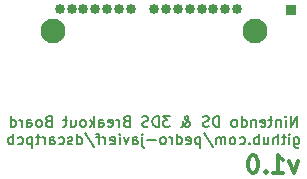
<source format=gbr>
G04 #@! TF.GenerationSoftware,KiCad,Pcbnew,(5.1.5)-3*
G04 #@! TF.CreationDate,2021-01-08T13:27:43+01:00*
G04 #@! TF.ProjectId,ndsbreakoutboard,6e647362-7265-4616-9b6f-7574626f6172,1.0*
G04 #@! TF.SameCoordinates,Original*
G04 #@! TF.FileFunction,Copper,L2,Bot*
G04 #@! TF.FilePolarity,Positive*
%FSLAX46Y46*%
G04 Gerber Fmt 4.6, Leading zero omitted, Abs format (unit mm)*
G04 Created by KiCad (PCBNEW (5.1.5)-3) date 2021-01-08 13:27:43*
%MOMM*%
%LPD*%
G04 APERTURE LIST*
%ADD10C,0.300000*%
%ADD11C,0.150000*%
%ADD12C,0.850000*%
%ADD13O,0.850000X0.850000*%
%ADD14R,0.850000X0.850000*%
%ADD15C,2.100000*%
G04 APERTURE END LIST*
D10*
X110270657Y-75522971D02*
X109913514Y-76522971D01*
X109556371Y-75522971D01*
X108199228Y-76522971D02*
X109056371Y-76522971D01*
X108627800Y-76522971D02*
X108627800Y-75022971D01*
X108770657Y-75237257D01*
X108913514Y-75380114D01*
X109056371Y-75451542D01*
X107556371Y-76380114D02*
X107484942Y-76451542D01*
X107556371Y-76522971D01*
X107627800Y-76451542D01*
X107556371Y-76380114D01*
X107556371Y-76522971D01*
X106556371Y-75022971D02*
X106413514Y-75022971D01*
X106270657Y-75094400D01*
X106199228Y-75165828D01*
X106127800Y-75308685D01*
X106056371Y-75594400D01*
X106056371Y-75951542D01*
X106127800Y-76237257D01*
X106199228Y-76380114D01*
X106270657Y-76451542D01*
X106413514Y-76522971D01*
X106556371Y-76522971D01*
X106699228Y-76451542D01*
X106770657Y-76380114D01*
X106842085Y-76237257D01*
X106913514Y-75951542D01*
X106913514Y-75594400D01*
X106842085Y-75308685D01*
X106770657Y-75165828D01*
X106699228Y-75094400D01*
X106556371Y-75022971D01*
D11*
X110182142Y-72607142D02*
X110182142Y-71707142D01*
X109667857Y-72607142D01*
X109667857Y-71707142D01*
X109239285Y-72607142D02*
X109239285Y-72007142D01*
X109239285Y-71707142D02*
X109282142Y-71750000D01*
X109239285Y-71792857D01*
X109196428Y-71750000D01*
X109239285Y-71707142D01*
X109239285Y-71792857D01*
X108810714Y-72007142D02*
X108810714Y-72607142D01*
X108810714Y-72092857D02*
X108767857Y-72050000D01*
X108682142Y-72007142D01*
X108553571Y-72007142D01*
X108467857Y-72050000D01*
X108425000Y-72135714D01*
X108425000Y-72607142D01*
X108125000Y-72007142D02*
X107782142Y-72007142D01*
X107996428Y-71707142D02*
X107996428Y-72478571D01*
X107953571Y-72564285D01*
X107867857Y-72607142D01*
X107782142Y-72607142D01*
X107139285Y-72564285D02*
X107225000Y-72607142D01*
X107396428Y-72607142D01*
X107482142Y-72564285D01*
X107525000Y-72478571D01*
X107525000Y-72135714D01*
X107482142Y-72050000D01*
X107396428Y-72007142D01*
X107225000Y-72007142D01*
X107139285Y-72050000D01*
X107096428Y-72135714D01*
X107096428Y-72221428D01*
X107525000Y-72307142D01*
X106710714Y-72007142D02*
X106710714Y-72607142D01*
X106710714Y-72092857D02*
X106667857Y-72050000D01*
X106582142Y-72007142D01*
X106453571Y-72007142D01*
X106367857Y-72050000D01*
X106325000Y-72135714D01*
X106325000Y-72607142D01*
X105510714Y-72607142D02*
X105510714Y-71707142D01*
X105510714Y-72564285D02*
X105596428Y-72607142D01*
X105767857Y-72607142D01*
X105853571Y-72564285D01*
X105896428Y-72521428D01*
X105939285Y-72435714D01*
X105939285Y-72178571D01*
X105896428Y-72092857D01*
X105853571Y-72050000D01*
X105767857Y-72007142D01*
X105596428Y-72007142D01*
X105510714Y-72050000D01*
X104953571Y-72607142D02*
X105039285Y-72564285D01*
X105082142Y-72521428D01*
X105125000Y-72435714D01*
X105125000Y-72178571D01*
X105082142Y-72092857D01*
X105039285Y-72050000D01*
X104953571Y-72007142D01*
X104825000Y-72007142D01*
X104739285Y-72050000D01*
X104696428Y-72092857D01*
X104653571Y-72178571D01*
X104653571Y-72435714D01*
X104696428Y-72521428D01*
X104739285Y-72564285D01*
X104825000Y-72607142D01*
X104953571Y-72607142D01*
X103582142Y-72607142D02*
X103582142Y-71707142D01*
X103367857Y-71707142D01*
X103239285Y-71750000D01*
X103153571Y-71835714D01*
X103110714Y-71921428D01*
X103067857Y-72092857D01*
X103067857Y-72221428D01*
X103110714Y-72392857D01*
X103153571Y-72478571D01*
X103239285Y-72564285D01*
X103367857Y-72607142D01*
X103582142Y-72607142D01*
X102725000Y-72564285D02*
X102596428Y-72607142D01*
X102382142Y-72607142D01*
X102296428Y-72564285D01*
X102253571Y-72521428D01*
X102210714Y-72435714D01*
X102210714Y-72350000D01*
X102253571Y-72264285D01*
X102296428Y-72221428D01*
X102382142Y-72178571D01*
X102553571Y-72135714D01*
X102639285Y-72092857D01*
X102682142Y-72050000D01*
X102725000Y-71964285D01*
X102725000Y-71878571D01*
X102682142Y-71792857D01*
X102639285Y-71750000D01*
X102553571Y-71707142D01*
X102339285Y-71707142D01*
X102210714Y-71750000D01*
X100410714Y-72607142D02*
X100453571Y-72607142D01*
X100539285Y-72564285D01*
X100667857Y-72435714D01*
X100882142Y-72178571D01*
X100967857Y-72050000D01*
X101010714Y-71921428D01*
X101010714Y-71835714D01*
X100967857Y-71750000D01*
X100882142Y-71707142D01*
X100839285Y-71707142D01*
X100753571Y-71750000D01*
X100710714Y-71835714D01*
X100710714Y-71878571D01*
X100753571Y-71964285D01*
X100796428Y-72007142D01*
X101053571Y-72178571D01*
X101096428Y-72221428D01*
X101139285Y-72307142D01*
X101139285Y-72435714D01*
X101096428Y-72521428D01*
X101053571Y-72564285D01*
X100967857Y-72607142D01*
X100839285Y-72607142D01*
X100753571Y-72564285D01*
X100710714Y-72521428D01*
X100582142Y-72350000D01*
X100539285Y-72221428D01*
X100539285Y-72135714D01*
X99425000Y-71707142D02*
X98867857Y-71707142D01*
X99167857Y-72050000D01*
X99039285Y-72050000D01*
X98953571Y-72092857D01*
X98910714Y-72135714D01*
X98867857Y-72221428D01*
X98867857Y-72435714D01*
X98910714Y-72521428D01*
X98953571Y-72564285D01*
X99039285Y-72607142D01*
X99296428Y-72607142D01*
X99382142Y-72564285D01*
X99425000Y-72521428D01*
X98482142Y-72607142D02*
X98482142Y-71707142D01*
X98267857Y-71707142D01*
X98139285Y-71750000D01*
X98053571Y-71835714D01*
X98010714Y-71921428D01*
X97967857Y-72092857D01*
X97967857Y-72221428D01*
X98010714Y-72392857D01*
X98053571Y-72478571D01*
X98139285Y-72564285D01*
X98267857Y-72607142D01*
X98482142Y-72607142D01*
X97625000Y-72564285D02*
X97496428Y-72607142D01*
X97282142Y-72607142D01*
X97196428Y-72564285D01*
X97153571Y-72521428D01*
X97110714Y-72435714D01*
X97110714Y-72350000D01*
X97153571Y-72264285D01*
X97196428Y-72221428D01*
X97282142Y-72178571D01*
X97453571Y-72135714D01*
X97539285Y-72092857D01*
X97582142Y-72050000D01*
X97625000Y-71964285D01*
X97625000Y-71878571D01*
X97582142Y-71792857D01*
X97539285Y-71750000D01*
X97453571Y-71707142D01*
X97239285Y-71707142D01*
X97110714Y-71750000D01*
X95739285Y-72135714D02*
X95610714Y-72178571D01*
X95567857Y-72221428D01*
X95525000Y-72307142D01*
X95525000Y-72435714D01*
X95567857Y-72521428D01*
X95610714Y-72564285D01*
X95696428Y-72607142D01*
X96039285Y-72607142D01*
X96039285Y-71707142D01*
X95739285Y-71707142D01*
X95653571Y-71750000D01*
X95610714Y-71792857D01*
X95567857Y-71878571D01*
X95567857Y-71964285D01*
X95610714Y-72050000D01*
X95653571Y-72092857D01*
X95739285Y-72135714D01*
X96039285Y-72135714D01*
X95139285Y-72607142D02*
X95139285Y-72007142D01*
X95139285Y-72178571D02*
X95096428Y-72092857D01*
X95053571Y-72050000D01*
X94967857Y-72007142D01*
X94882142Y-72007142D01*
X94239285Y-72564285D02*
X94325000Y-72607142D01*
X94496428Y-72607142D01*
X94582142Y-72564285D01*
X94625000Y-72478571D01*
X94625000Y-72135714D01*
X94582142Y-72050000D01*
X94496428Y-72007142D01*
X94325000Y-72007142D01*
X94239285Y-72050000D01*
X94196428Y-72135714D01*
X94196428Y-72221428D01*
X94625000Y-72307142D01*
X93425000Y-72607142D02*
X93425000Y-72135714D01*
X93467857Y-72050000D01*
X93553571Y-72007142D01*
X93725000Y-72007142D01*
X93810714Y-72050000D01*
X93425000Y-72564285D02*
X93510714Y-72607142D01*
X93725000Y-72607142D01*
X93810714Y-72564285D01*
X93853571Y-72478571D01*
X93853571Y-72392857D01*
X93810714Y-72307142D01*
X93725000Y-72264285D01*
X93510714Y-72264285D01*
X93425000Y-72221428D01*
X92996428Y-72607142D02*
X92996428Y-71707142D01*
X92910714Y-72264285D02*
X92653571Y-72607142D01*
X92653571Y-72007142D02*
X92996428Y-72350000D01*
X92139285Y-72607142D02*
X92225000Y-72564285D01*
X92267857Y-72521428D01*
X92310714Y-72435714D01*
X92310714Y-72178571D01*
X92267857Y-72092857D01*
X92225000Y-72050000D01*
X92139285Y-72007142D01*
X92010714Y-72007142D01*
X91925000Y-72050000D01*
X91882142Y-72092857D01*
X91839285Y-72178571D01*
X91839285Y-72435714D01*
X91882142Y-72521428D01*
X91925000Y-72564285D01*
X92010714Y-72607142D01*
X92139285Y-72607142D01*
X91067857Y-72007142D02*
X91067857Y-72607142D01*
X91453571Y-72007142D02*
X91453571Y-72478571D01*
X91410714Y-72564285D01*
X91325000Y-72607142D01*
X91196428Y-72607142D01*
X91110714Y-72564285D01*
X91067857Y-72521428D01*
X90767857Y-72007142D02*
X90425000Y-72007142D01*
X90639285Y-71707142D02*
X90639285Y-72478571D01*
X90596428Y-72564285D01*
X90510714Y-72607142D01*
X90425000Y-72607142D01*
X89139285Y-72135714D02*
X89010714Y-72178571D01*
X88967857Y-72221428D01*
X88925000Y-72307142D01*
X88925000Y-72435714D01*
X88967857Y-72521428D01*
X89010714Y-72564285D01*
X89096428Y-72607142D01*
X89439285Y-72607142D01*
X89439285Y-71707142D01*
X89139285Y-71707142D01*
X89053571Y-71750000D01*
X89010714Y-71792857D01*
X88967857Y-71878571D01*
X88967857Y-71964285D01*
X89010714Y-72050000D01*
X89053571Y-72092857D01*
X89139285Y-72135714D01*
X89439285Y-72135714D01*
X88410714Y-72607142D02*
X88496428Y-72564285D01*
X88539285Y-72521428D01*
X88582142Y-72435714D01*
X88582142Y-72178571D01*
X88539285Y-72092857D01*
X88496428Y-72050000D01*
X88410714Y-72007142D01*
X88282142Y-72007142D01*
X88196428Y-72050000D01*
X88153571Y-72092857D01*
X88110714Y-72178571D01*
X88110714Y-72435714D01*
X88153571Y-72521428D01*
X88196428Y-72564285D01*
X88282142Y-72607142D01*
X88410714Y-72607142D01*
X87339285Y-72607142D02*
X87339285Y-72135714D01*
X87382142Y-72050000D01*
X87467857Y-72007142D01*
X87639285Y-72007142D01*
X87725000Y-72050000D01*
X87339285Y-72564285D02*
X87425000Y-72607142D01*
X87639285Y-72607142D01*
X87725000Y-72564285D01*
X87767857Y-72478571D01*
X87767857Y-72392857D01*
X87725000Y-72307142D01*
X87639285Y-72264285D01*
X87425000Y-72264285D01*
X87339285Y-72221428D01*
X86910714Y-72607142D02*
X86910714Y-72007142D01*
X86910714Y-72178571D02*
X86867857Y-72092857D01*
X86825000Y-72050000D01*
X86739285Y-72007142D01*
X86653571Y-72007142D01*
X85967857Y-72607142D02*
X85967857Y-71707142D01*
X85967857Y-72564285D02*
X86053571Y-72607142D01*
X86225000Y-72607142D01*
X86310714Y-72564285D01*
X86353571Y-72521428D01*
X86396428Y-72435714D01*
X86396428Y-72178571D01*
X86353571Y-72092857D01*
X86310714Y-72050000D01*
X86225000Y-72007142D01*
X86053571Y-72007142D01*
X85967857Y-72050000D01*
X109967857Y-73507142D02*
X109967857Y-74235714D01*
X110010714Y-74321428D01*
X110053571Y-74364285D01*
X110139285Y-74407142D01*
X110267857Y-74407142D01*
X110353571Y-74364285D01*
X109967857Y-74064285D02*
X110053571Y-74107142D01*
X110225000Y-74107142D01*
X110310714Y-74064285D01*
X110353571Y-74021428D01*
X110396428Y-73935714D01*
X110396428Y-73678571D01*
X110353571Y-73592857D01*
X110310714Y-73550000D01*
X110225000Y-73507142D01*
X110053571Y-73507142D01*
X109967857Y-73550000D01*
X109539285Y-74107142D02*
X109539285Y-73507142D01*
X109539285Y-73207142D02*
X109582142Y-73250000D01*
X109539285Y-73292857D01*
X109496428Y-73250000D01*
X109539285Y-73207142D01*
X109539285Y-73292857D01*
X109239285Y-73507142D02*
X108896428Y-73507142D01*
X109110714Y-73207142D02*
X109110714Y-73978571D01*
X109067857Y-74064285D01*
X108982142Y-74107142D01*
X108896428Y-74107142D01*
X108596428Y-74107142D02*
X108596428Y-73207142D01*
X108210714Y-74107142D02*
X108210714Y-73635714D01*
X108253571Y-73550000D01*
X108339285Y-73507142D01*
X108467857Y-73507142D01*
X108553571Y-73550000D01*
X108596428Y-73592857D01*
X107396428Y-73507142D02*
X107396428Y-74107142D01*
X107782142Y-73507142D02*
X107782142Y-73978571D01*
X107739285Y-74064285D01*
X107653571Y-74107142D01*
X107525000Y-74107142D01*
X107439285Y-74064285D01*
X107396428Y-74021428D01*
X106967857Y-74107142D02*
X106967857Y-73207142D01*
X106967857Y-73550000D02*
X106882142Y-73507142D01*
X106710714Y-73507142D01*
X106625000Y-73550000D01*
X106582142Y-73592857D01*
X106539285Y-73678571D01*
X106539285Y-73935714D01*
X106582142Y-74021428D01*
X106625000Y-74064285D01*
X106710714Y-74107142D01*
X106882142Y-74107142D01*
X106967857Y-74064285D01*
X106153571Y-74021428D02*
X106110714Y-74064285D01*
X106153571Y-74107142D01*
X106196428Y-74064285D01*
X106153571Y-74021428D01*
X106153571Y-74107142D01*
X105339285Y-74064285D02*
X105425000Y-74107142D01*
X105596428Y-74107142D01*
X105682142Y-74064285D01*
X105725000Y-74021428D01*
X105767857Y-73935714D01*
X105767857Y-73678571D01*
X105725000Y-73592857D01*
X105682142Y-73550000D01*
X105596428Y-73507142D01*
X105425000Y-73507142D01*
X105339285Y-73550000D01*
X104825000Y-74107142D02*
X104910714Y-74064285D01*
X104953571Y-74021428D01*
X104996428Y-73935714D01*
X104996428Y-73678571D01*
X104953571Y-73592857D01*
X104910714Y-73550000D01*
X104825000Y-73507142D01*
X104696428Y-73507142D01*
X104610714Y-73550000D01*
X104567857Y-73592857D01*
X104525000Y-73678571D01*
X104525000Y-73935714D01*
X104567857Y-74021428D01*
X104610714Y-74064285D01*
X104696428Y-74107142D01*
X104825000Y-74107142D01*
X104139285Y-74107142D02*
X104139285Y-73507142D01*
X104139285Y-73592857D02*
X104096428Y-73550000D01*
X104010714Y-73507142D01*
X103882142Y-73507142D01*
X103796428Y-73550000D01*
X103753571Y-73635714D01*
X103753571Y-74107142D01*
X103753571Y-73635714D02*
X103710714Y-73550000D01*
X103625000Y-73507142D01*
X103496428Y-73507142D01*
X103410714Y-73550000D01*
X103367857Y-73635714D01*
X103367857Y-74107142D01*
X102296428Y-73164285D02*
X103067857Y-74321428D01*
X101996428Y-73507142D02*
X101996428Y-74407142D01*
X101996428Y-73550000D02*
X101910714Y-73507142D01*
X101739285Y-73507142D01*
X101653571Y-73550000D01*
X101610714Y-73592857D01*
X101567857Y-73678571D01*
X101567857Y-73935714D01*
X101610714Y-74021428D01*
X101653571Y-74064285D01*
X101739285Y-74107142D01*
X101910714Y-74107142D01*
X101996428Y-74064285D01*
X100839285Y-74064285D02*
X100925000Y-74107142D01*
X101096428Y-74107142D01*
X101182142Y-74064285D01*
X101225000Y-73978571D01*
X101225000Y-73635714D01*
X101182142Y-73550000D01*
X101096428Y-73507142D01*
X100925000Y-73507142D01*
X100839285Y-73550000D01*
X100796428Y-73635714D01*
X100796428Y-73721428D01*
X101225000Y-73807142D01*
X100025000Y-74107142D02*
X100025000Y-73207142D01*
X100025000Y-74064285D02*
X100110714Y-74107142D01*
X100282142Y-74107142D01*
X100367857Y-74064285D01*
X100410714Y-74021428D01*
X100453571Y-73935714D01*
X100453571Y-73678571D01*
X100410714Y-73592857D01*
X100367857Y-73550000D01*
X100282142Y-73507142D01*
X100110714Y-73507142D01*
X100025000Y-73550000D01*
X99596428Y-74107142D02*
X99596428Y-73507142D01*
X99596428Y-73678571D02*
X99553571Y-73592857D01*
X99510714Y-73550000D01*
X99425000Y-73507142D01*
X99339285Y-73507142D01*
X98910714Y-74107142D02*
X98996428Y-74064285D01*
X99039285Y-74021428D01*
X99082142Y-73935714D01*
X99082142Y-73678571D01*
X99039285Y-73592857D01*
X98996428Y-73550000D01*
X98910714Y-73507142D01*
X98782142Y-73507142D01*
X98696428Y-73550000D01*
X98653571Y-73592857D01*
X98610714Y-73678571D01*
X98610714Y-73935714D01*
X98653571Y-74021428D01*
X98696428Y-74064285D01*
X98782142Y-74107142D01*
X98910714Y-74107142D01*
X98225000Y-73764285D02*
X97539285Y-73764285D01*
X97110714Y-73507142D02*
X97110714Y-74278571D01*
X97153571Y-74364285D01*
X97239285Y-74407142D01*
X97282142Y-74407142D01*
X97110714Y-73207142D02*
X97153571Y-73250000D01*
X97110714Y-73292857D01*
X97067857Y-73250000D01*
X97110714Y-73207142D01*
X97110714Y-73292857D01*
X96296428Y-74107142D02*
X96296428Y-73635714D01*
X96339285Y-73550000D01*
X96425000Y-73507142D01*
X96596428Y-73507142D01*
X96682142Y-73550000D01*
X96296428Y-74064285D02*
X96382142Y-74107142D01*
X96596428Y-74107142D01*
X96682142Y-74064285D01*
X96725000Y-73978571D01*
X96725000Y-73892857D01*
X96682142Y-73807142D01*
X96596428Y-73764285D01*
X96382142Y-73764285D01*
X96296428Y-73721428D01*
X95953571Y-73507142D02*
X95739285Y-74107142D01*
X95525000Y-73507142D01*
X95182142Y-74107142D02*
X95182142Y-73507142D01*
X95182142Y-73207142D02*
X95225000Y-73250000D01*
X95182142Y-73292857D01*
X95139285Y-73250000D01*
X95182142Y-73207142D01*
X95182142Y-73292857D01*
X94410714Y-74064285D02*
X94496428Y-74107142D01*
X94667857Y-74107142D01*
X94753571Y-74064285D01*
X94796428Y-73978571D01*
X94796428Y-73635714D01*
X94753571Y-73550000D01*
X94667857Y-73507142D01*
X94496428Y-73507142D01*
X94410714Y-73550000D01*
X94367857Y-73635714D01*
X94367857Y-73721428D01*
X94796428Y-73807142D01*
X93982142Y-74107142D02*
X93982142Y-73507142D01*
X93982142Y-73678571D02*
X93939285Y-73592857D01*
X93896428Y-73550000D01*
X93810714Y-73507142D01*
X93725000Y-73507142D01*
X93553571Y-73507142D02*
X93210714Y-73507142D01*
X93425000Y-74107142D02*
X93425000Y-73335714D01*
X93382142Y-73250000D01*
X93296428Y-73207142D01*
X93210714Y-73207142D01*
X92267857Y-73164285D02*
X93039285Y-74321428D01*
X91582142Y-74107142D02*
X91582142Y-73207142D01*
X91582142Y-74064285D02*
X91667857Y-74107142D01*
X91839285Y-74107142D01*
X91925000Y-74064285D01*
X91967857Y-74021428D01*
X92010714Y-73935714D01*
X92010714Y-73678571D01*
X91967857Y-73592857D01*
X91925000Y-73550000D01*
X91839285Y-73507142D01*
X91667857Y-73507142D01*
X91582142Y-73550000D01*
X91196428Y-74064285D02*
X91110714Y-74107142D01*
X90939285Y-74107142D01*
X90853571Y-74064285D01*
X90810714Y-73978571D01*
X90810714Y-73935714D01*
X90853571Y-73850000D01*
X90939285Y-73807142D01*
X91067857Y-73807142D01*
X91153571Y-73764285D01*
X91196428Y-73678571D01*
X91196428Y-73635714D01*
X91153571Y-73550000D01*
X91067857Y-73507142D01*
X90939285Y-73507142D01*
X90853571Y-73550000D01*
X90039285Y-74064285D02*
X90125000Y-74107142D01*
X90296428Y-74107142D01*
X90382142Y-74064285D01*
X90425000Y-74021428D01*
X90467857Y-73935714D01*
X90467857Y-73678571D01*
X90425000Y-73592857D01*
X90382142Y-73550000D01*
X90296428Y-73507142D01*
X90125000Y-73507142D01*
X90039285Y-73550000D01*
X89267857Y-74107142D02*
X89267857Y-73635714D01*
X89310714Y-73550000D01*
X89396428Y-73507142D01*
X89567857Y-73507142D01*
X89653571Y-73550000D01*
X89267857Y-74064285D02*
X89353571Y-74107142D01*
X89567857Y-74107142D01*
X89653571Y-74064285D01*
X89696428Y-73978571D01*
X89696428Y-73892857D01*
X89653571Y-73807142D01*
X89567857Y-73764285D01*
X89353571Y-73764285D01*
X89267857Y-73721428D01*
X88839285Y-74107142D02*
X88839285Y-73507142D01*
X88839285Y-73678571D02*
X88796428Y-73592857D01*
X88753571Y-73550000D01*
X88667857Y-73507142D01*
X88582142Y-73507142D01*
X88410714Y-73507142D02*
X88067857Y-73507142D01*
X88282142Y-73207142D02*
X88282142Y-73978571D01*
X88239285Y-74064285D01*
X88153571Y-74107142D01*
X88067857Y-74107142D01*
X87767857Y-73507142D02*
X87767857Y-74407142D01*
X87767857Y-73550000D02*
X87682142Y-73507142D01*
X87510714Y-73507142D01*
X87425000Y-73550000D01*
X87382142Y-73592857D01*
X87339285Y-73678571D01*
X87339285Y-73935714D01*
X87382142Y-74021428D01*
X87425000Y-74064285D01*
X87510714Y-74107142D01*
X87682142Y-74107142D01*
X87767857Y-74064285D01*
X86567857Y-74064285D02*
X86653571Y-74107142D01*
X86825000Y-74107142D01*
X86910714Y-74064285D01*
X86953571Y-74021428D01*
X86996428Y-73935714D01*
X86996428Y-73678571D01*
X86953571Y-73592857D01*
X86910714Y-73550000D01*
X86825000Y-73507142D01*
X86653571Y-73507142D01*
X86567857Y-73550000D01*
X86182142Y-74107142D02*
X86182142Y-73207142D01*
X86182142Y-73550000D02*
X86096428Y-73507142D01*
X85925000Y-73507142D01*
X85839285Y-73550000D01*
X85796428Y-73592857D01*
X85753571Y-73678571D01*
X85753571Y-73935714D01*
X85796428Y-74021428D01*
X85839285Y-74064285D01*
X85925000Y-74107142D01*
X86096428Y-74107142D01*
X86182142Y-74064285D01*
D12*
X98120200Y-62611000D03*
D13*
X99120200Y-62611000D03*
X100120200Y-62611000D03*
X101120200Y-62611000D03*
X102120200Y-62611000D03*
X103120200Y-62611000D03*
X104120200Y-62611000D03*
X105120200Y-62611000D03*
D14*
X109677200Y-62712600D03*
D12*
X90119200Y-62636400D03*
D13*
X91119200Y-62636400D03*
X92119200Y-62636400D03*
X93119200Y-62636400D03*
X94119200Y-62636400D03*
X95119200Y-62636400D03*
X96119200Y-62636400D03*
D15*
X106680000Y-64516000D03*
X89535000Y-64516000D03*
M02*

</source>
